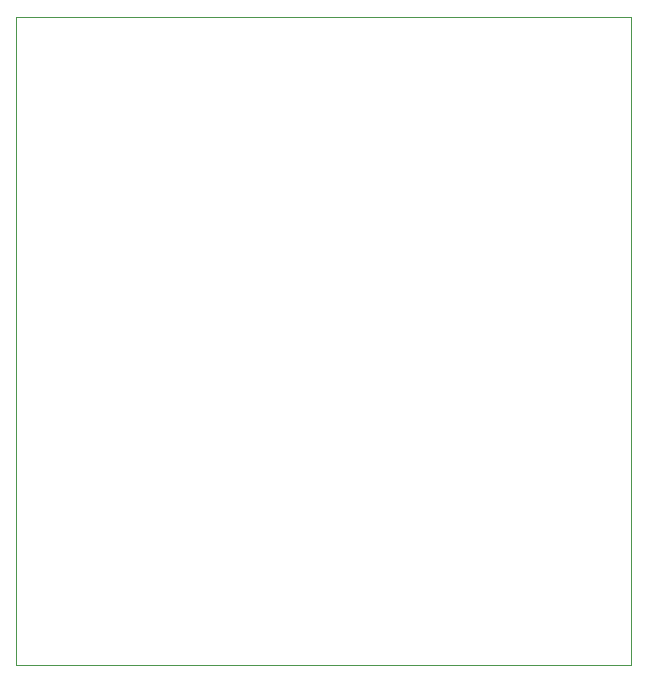
<source format=gbr>
%TF.GenerationSoftware,KiCad,Pcbnew,(6.0.0)*%
%TF.CreationDate,2022-10-01T21:34:56+02:00*%
%TF.ProjectId,012-Amesis-ColdSartE85,3031322d-416d-4657-9369-732d436f6c64,v0.01_Golf 1.6L 16v *%
%TF.SameCoordinates,Original*%
%TF.FileFunction,Profile,NP*%
%FSLAX46Y46*%
G04 Gerber Fmt 4.6, Leading zero omitted, Abs format (unit mm)*
G04 Created by KiCad (PCBNEW (6.0.0)) date 2022-10-01 21:34:56*
%MOMM*%
%LPD*%
G01*
G04 APERTURE LIST*
%TA.AperFunction,Profile*%
%ADD10C,0.100000*%
%TD*%
G04 APERTURE END LIST*
D10*
X117393800Y-80264000D02*
X169468800Y-80264000D01*
X169468800Y-80264000D02*
X169468800Y-25395000D01*
X169468800Y-25395000D02*
X117393800Y-25395000D01*
X117393800Y-25395000D02*
X117393800Y-80264000D01*
M02*

</source>
